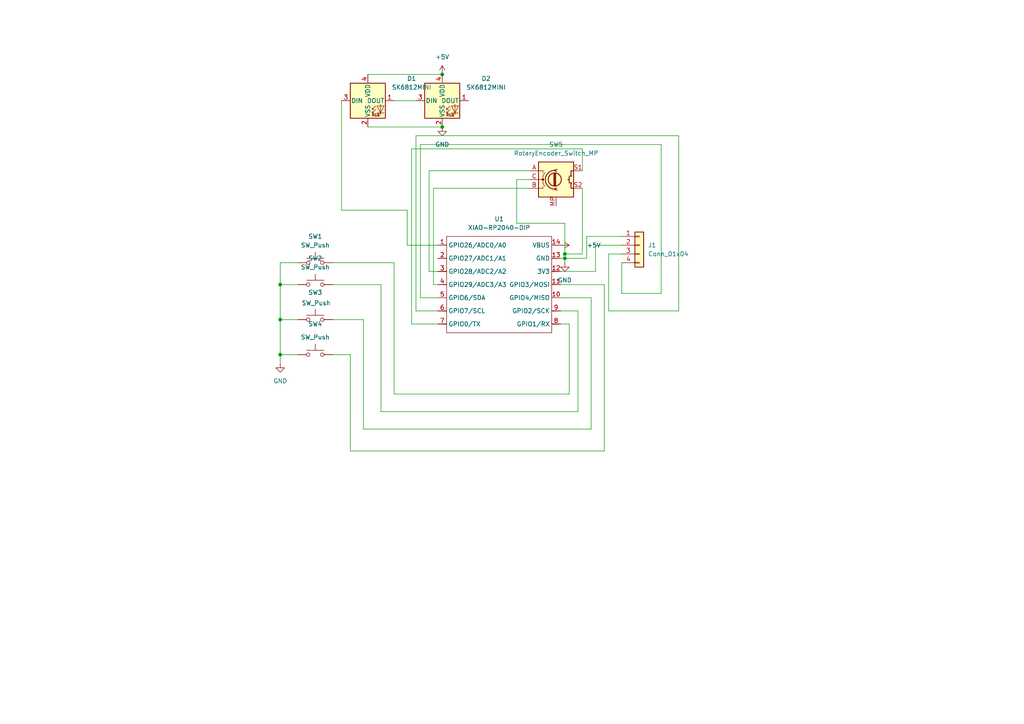
<source format=kicad_sch>
(kicad_sch
	(version 20250114)
	(generator "eeschema")
	(generator_version "9.0")
	(uuid "863bd75b-78d4-4f18-a7a9-4ab0fffde08b")
	(paper "A4")
	(lib_symbols
		(symbol "Connector_Generic:Conn_01x04"
			(pin_names
				(offset 1.016)
				(hide yes)
			)
			(exclude_from_sim no)
			(in_bom yes)
			(on_board yes)
			(property "Reference" "J"
				(at 0 5.08 0)
				(effects
					(font
						(size 1.27 1.27)
					)
				)
			)
			(property "Value" "Conn_01x04"
				(at 0 -7.62 0)
				(effects
					(font
						(size 1.27 1.27)
					)
				)
			)
			(property "Footprint" ""
				(at 0 0 0)
				(effects
					(font
						(size 1.27 1.27)
					)
					(hide yes)
				)
			)
			(property "Datasheet" "~"
				(at 0 0 0)
				(effects
					(font
						(size 1.27 1.27)
					)
					(hide yes)
				)
			)
			(property "Description" "Generic connector, single row, 01x04, script generated (kicad-library-utils/schlib/autogen/connector/)"
				(at 0 0 0)
				(effects
					(font
						(size 1.27 1.27)
					)
					(hide yes)
				)
			)
			(property "ki_keywords" "connector"
				(at 0 0 0)
				(effects
					(font
						(size 1.27 1.27)
					)
					(hide yes)
				)
			)
			(property "ki_fp_filters" "Connector*:*_1x??_*"
				(at 0 0 0)
				(effects
					(font
						(size 1.27 1.27)
					)
					(hide yes)
				)
			)
			(symbol "Conn_01x04_1_1"
				(rectangle
					(start -1.27 3.81)
					(end 1.27 -6.35)
					(stroke
						(width 0.254)
						(type default)
					)
					(fill
						(type background)
					)
				)
				(rectangle
					(start -1.27 2.667)
					(end 0 2.413)
					(stroke
						(width 0.1524)
						(type default)
					)
					(fill
						(type none)
					)
				)
				(rectangle
					(start -1.27 0.127)
					(end 0 -0.127)
					(stroke
						(width 0.1524)
						(type default)
					)
					(fill
						(type none)
					)
				)
				(rectangle
					(start -1.27 -2.413)
					(end 0 -2.667)
					(stroke
						(width 0.1524)
						(type default)
					)
					(fill
						(type none)
					)
				)
				(rectangle
					(start -1.27 -4.953)
					(end 0 -5.207)
					(stroke
						(width 0.1524)
						(type default)
					)
					(fill
						(type none)
					)
				)
				(pin passive line
					(at -5.08 2.54 0)
					(length 3.81)
					(name "Pin_1"
						(effects
							(font
								(size 1.27 1.27)
							)
						)
					)
					(number "1"
						(effects
							(font
								(size 1.27 1.27)
							)
						)
					)
				)
				(pin passive line
					(at -5.08 0 0)
					(length 3.81)
					(name "Pin_2"
						(effects
							(font
								(size 1.27 1.27)
							)
						)
					)
					(number "2"
						(effects
							(font
								(size 1.27 1.27)
							)
						)
					)
				)
				(pin passive line
					(at -5.08 -2.54 0)
					(length 3.81)
					(name "Pin_3"
						(effects
							(font
								(size 1.27 1.27)
							)
						)
					)
					(number "3"
						(effects
							(font
								(size 1.27 1.27)
							)
						)
					)
				)
				(pin passive line
					(at -5.08 -5.08 0)
					(length 3.81)
					(name "Pin_4"
						(effects
							(font
								(size 1.27 1.27)
							)
						)
					)
					(number "4"
						(effects
							(font
								(size 1.27 1.27)
							)
						)
					)
				)
			)
			(embedded_fonts no)
		)
		(symbol "Device:RotaryEncoder_Switch_MP"
			(pin_names
				(offset 0.254)
				(hide yes)
			)
			(exclude_from_sim no)
			(in_bom yes)
			(on_board yes)
			(property "Reference" "SW"
				(at 0 8.89 0)
				(effects
					(font
						(size 1.27 1.27)
					)
				)
			)
			(property "Value" "RotaryEncoder_Switch_MP"
				(at 0 6.35 0)
				(effects
					(font
						(size 1.27 1.27)
					)
				)
			)
			(property "Footprint" ""
				(at -3.81 4.064 0)
				(effects
					(font
						(size 1.27 1.27)
					)
					(hide yes)
				)
			)
			(property "Datasheet" "~"
				(at 0 -12.7 0)
				(effects
					(font
						(size 1.27 1.27)
					)
					(hide yes)
				)
			)
			(property "Description" "Rotary encoder, dual channel, incremental quadrate outputs, with switch and MP Pin"
				(at 0 -15.24 0)
				(effects
					(font
						(size 1.27 1.27)
					)
					(hide yes)
				)
			)
			(property "ki_keywords" "rotary switch encoder switch push button"
				(at 0 0 0)
				(effects
					(font
						(size 1.27 1.27)
					)
					(hide yes)
				)
			)
			(property "ki_fp_filters" "RotaryEncoder*Switch*"
				(at 0 0 0)
				(effects
					(font
						(size 1.27 1.27)
					)
					(hide yes)
				)
			)
			(symbol "RotaryEncoder_Switch_MP_0_1"
				(rectangle
					(start -5.08 5.08)
					(end 5.08 -5.08)
					(stroke
						(width 0.254)
						(type default)
					)
					(fill
						(type background)
					)
				)
				(polyline
					(pts
						(xy -5.08 2.54) (xy -3.81 2.54) (xy -3.81 2.032)
					)
					(stroke
						(width 0)
						(type default)
					)
					(fill
						(type none)
					)
				)
				(polyline
					(pts
						(xy -5.08 0) (xy -3.81 0) (xy -3.81 -1.016) (xy -3.302 -2.032)
					)
					(stroke
						(width 0)
						(type default)
					)
					(fill
						(type none)
					)
				)
				(polyline
					(pts
						(xy -5.08 -2.54) (xy -3.81 -2.54) (xy -3.81 -2.032)
					)
					(stroke
						(width 0)
						(type default)
					)
					(fill
						(type none)
					)
				)
				(polyline
					(pts
						(xy -4.318 0) (xy -3.81 0) (xy -3.81 1.016) (xy -3.302 2.032)
					)
					(stroke
						(width 0)
						(type default)
					)
					(fill
						(type none)
					)
				)
				(circle
					(center -3.81 0)
					(radius 0.254)
					(stroke
						(width 0)
						(type default)
					)
					(fill
						(type outline)
					)
				)
				(polyline
					(pts
						(xy -0.635 -1.778) (xy -0.635 1.778)
					)
					(stroke
						(width 0.254)
						(type default)
					)
					(fill
						(type none)
					)
				)
				(circle
					(center -0.381 0)
					(radius 1.905)
					(stroke
						(width 0.254)
						(type default)
					)
					(fill
						(type none)
					)
				)
				(polyline
					(pts
						(xy -0.381 -1.778) (xy -0.381 1.778)
					)
					(stroke
						(width 0.254)
						(type default)
					)
					(fill
						(type none)
					)
				)
				(arc
					(start -0.381 -2.794)
					(mid -3.0988 -0.0635)
					(end -0.381 2.667)
					(stroke
						(width 0.254)
						(type default)
					)
					(fill
						(type none)
					)
				)
				(polyline
					(pts
						(xy -0.127 1.778) (xy -0.127 -1.778)
					)
					(stroke
						(width 0.254)
						(type default)
					)
					(fill
						(type none)
					)
				)
				(polyline
					(pts
						(xy 0.254 2.921) (xy -0.508 2.667) (xy 0.127 2.286)
					)
					(stroke
						(width 0.254)
						(type default)
					)
					(fill
						(type none)
					)
				)
				(polyline
					(pts
						(xy 0.254 -3.048) (xy -0.508 -2.794) (xy 0.127 -2.413)
					)
					(stroke
						(width 0.254)
						(type default)
					)
					(fill
						(type none)
					)
				)
				(polyline
					(pts
						(xy 3.81 1.016) (xy 3.81 -1.016)
					)
					(stroke
						(width 0.254)
						(type default)
					)
					(fill
						(type none)
					)
				)
				(polyline
					(pts
						(xy 3.81 0) (xy 3.429 0)
					)
					(stroke
						(width 0.254)
						(type default)
					)
					(fill
						(type none)
					)
				)
				(circle
					(center 4.318 1.016)
					(radius 0.127)
					(stroke
						(width 0.254)
						(type default)
					)
					(fill
						(type none)
					)
				)
				(circle
					(center 4.318 -1.016)
					(radius 0.127)
					(stroke
						(width 0.254)
						(type default)
					)
					(fill
						(type none)
					)
				)
				(polyline
					(pts
						(xy 5.08 2.54) (xy 4.318 2.54) (xy 4.318 1.016)
					)
					(stroke
						(width 0.254)
						(type default)
					)
					(fill
						(type none)
					)
				)
				(polyline
					(pts
						(xy 5.08 -2.54) (xy 4.318 -2.54) (xy 4.318 -1.016)
					)
					(stroke
						(width 0.254)
						(type default)
					)
					(fill
						(type none)
					)
				)
			)
			(symbol "RotaryEncoder_Switch_MP_1_1"
				(pin passive line
					(at -7.62 2.54 0)
					(length 2.54)
					(name "A"
						(effects
							(font
								(size 1.27 1.27)
							)
						)
					)
					(number "A"
						(effects
							(font
								(size 1.27 1.27)
							)
						)
					)
				)
				(pin passive line
					(at -7.62 0 0)
					(length 2.54)
					(name "C"
						(effects
							(font
								(size 1.27 1.27)
							)
						)
					)
					(number "C"
						(effects
							(font
								(size 1.27 1.27)
							)
						)
					)
				)
				(pin passive line
					(at -7.62 -2.54 0)
					(length 2.54)
					(name "B"
						(effects
							(font
								(size 1.27 1.27)
							)
						)
					)
					(number "B"
						(effects
							(font
								(size 1.27 1.27)
							)
						)
					)
				)
				(pin passive line
					(at 0 -7.62 90)
					(length 2.54)
					(name "MP"
						(effects
							(font
								(size 1.27 1.27)
							)
						)
					)
					(number "MP"
						(effects
							(font
								(size 1.27 1.27)
							)
						)
					)
				)
				(pin passive line
					(at 7.62 2.54 180)
					(length 2.54)
					(name "S1"
						(effects
							(font
								(size 1.27 1.27)
							)
						)
					)
					(number "S1"
						(effects
							(font
								(size 1.27 1.27)
							)
						)
					)
				)
				(pin passive line
					(at 7.62 -2.54 180)
					(length 2.54)
					(name "S2"
						(effects
							(font
								(size 1.27 1.27)
							)
						)
					)
					(number "S2"
						(effects
							(font
								(size 1.27 1.27)
							)
						)
					)
				)
			)
			(embedded_fonts no)
		)
		(symbol "LED:SK6812MINI"
			(pin_names
				(offset 0.254)
			)
			(exclude_from_sim no)
			(in_bom yes)
			(on_board yes)
			(property "Reference" "D"
				(at 5.08 5.715 0)
				(effects
					(font
						(size 1.27 1.27)
					)
					(justify right bottom)
				)
			)
			(property "Value" "SK6812MINI"
				(at 1.27 -5.715 0)
				(effects
					(font
						(size 1.27 1.27)
					)
					(justify left top)
				)
			)
			(property "Footprint" "LED_SMD:LED_SK6812MINI_PLCC4_3.5x3.5mm_P1.75mm"
				(at 1.27 -7.62 0)
				(effects
					(font
						(size 1.27 1.27)
					)
					(justify left top)
					(hide yes)
				)
			)
			(property "Datasheet" "https://cdn-shop.adafruit.com/product-files/2686/SK6812MINI_REV.01-1-2.pdf"
				(at 2.54 -9.525 0)
				(effects
					(font
						(size 1.27 1.27)
					)
					(justify left top)
					(hide yes)
				)
			)
			(property "Description" "RGB LED with integrated controller"
				(at 0 0 0)
				(effects
					(font
						(size 1.27 1.27)
					)
					(hide yes)
				)
			)
			(property "ki_keywords" "RGB LED NeoPixel Mini addressable"
				(at 0 0 0)
				(effects
					(font
						(size 1.27 1.27)
					)
					(hide yes)
				)
			)
			(property "ki_fp_filters" "LED*SK6812MINI*PLCC*3.5x3.5mm*P1.75mm*"
				(at 0 0 0)
				(effects
					(font
						(size 1.27 1.27)
					)
					(hide yes)
				)
			)
			(symbol "SK6812MINI_0_0"
				(text "RGB"
					(at 2.286 -4.191 0)
					(effects
						(font
							(size 0.762 0.762)
						)
					)
				)
			)
			(symbol "SK6812MINI_0_1"
				(polyline
					(pts
						(xy 1.27 -2.54) (xy 1.778 -2.54)
					)
					(stroke
						(width 0)
						(type default)
					)
					(fill
						(type none)
					)
				)
				(polyline
					(pts
						(xy 1.27 -3.556) (xy 1.778 -3.556)
					)
					(stroke
						(width 0)
						(type default)
					)
					(fill
						(type none)
					)
				)
				(polyline
					(pts
						(xy 2.286 -1.524) (xy 1.27 -2.54) (xy 1.27 -2.032)
					)
					(stroke
						(width 0)
						(type default)
					)
					(fill
						(type none)
					)
				)
				(polyline
					(pts
						(xy 2.286 -2.54) (xy 1.27 -3.556) (xy 1.27 -3.048)
					)
					(stroke
						(width 0)
						(type default)
					)
					(fill
						(type none)
					)
				)
				(polyline
					(pts
						(xy 3.683 -1.016) (xy 3.683 -3.556) (xy 3.683 -4.064)
					)
					(stroke
						(width 0)
						(type default)
					)
					(fill
						(type none)
					)
				)
				(polyline
					(pts
						(xy 4.699 -1.524) (xy 2.667 -1.524) (xy 3.683 -3.556) (xy 4.699 -1.524)
					)
					(stroke
						(width 0)
						(type default)
					)
					(fill
						(type none)
					)
				)
				(polyline
					(pts
						(xy 4.699 -3.556) (xy 2.667 -3.556)
					)
					(stroke
						(width 0)
						(type default)
					)
					(fill
						(type none)
					)
				)
				(rectangle
					(start 5.08 5.08)
					(end -5.08 -5.08)
					(stroke
						(width 0.254)
						(type default)
					)
					(fill
						(type background)
					)
				)
			)
			(symbol "SK6812MINI_1_1"
				(pin input line
					(at -7.62 0 0)
					(length 2.54)
					(name "DIN"
						(effects
							(font
								(size 1.27 1.27)
							)
						)
					)
					(number "3"
						(effects
							(font
								(size 1.27 1.27)
							)
						)
					)
				)
				(pin power_in line
					(at 0 7.62 270)
					(length 2.54)
					(name "VDD"
						(effects
							(font
								(size 1.27 1.27)
							)
						)
					)
					(number "4"
						(effects
							(font
								(size 1.27 1.27)
							)
						)
					)
				)
				(pin power_in line
					(at 0 -7.62 90)
					(length 2.54)
					(name "VSS"
						(effects
							(font
								(size 1.27 1.27)
							)
						)
					)
					(number "2"
						(effects
							(font
								(size 1.27 1.27)
							)
						)
					)
				)
				(pin output line
					(at 7.62 0 180)
					(length 2.54)
					(name "DOUT"
						(effects
							(font
								(size 1.27 1.27)
							)
						)
					)
					(number "1"
						(effects
							(font
								(size 1.27 1.27)
							)
						)
					)
				)
			)
			(embedded_fonts no)
		)
		(symbol "OPL:XIAO-RP2040-DIP"
			(exclude_from_sim no)
			(in_bom yes)
			(on_board yes)
			(property "Reference" "U"
				(at 0 0 0)
				(effects
					(font
						(size 1.27 1.27)
					)
				)
			)
			(property "Value" "XIAO-RP2040-DIP"
				(at 5.334 -1.778 0)
				(effects
					(font
						(size 1.27 1.27)
					)
				)
			)
			(property "Footprint" "Module:MOUDLE14P-XIAO-DIP-SMD"
				(at 14.478 -32.258 0)
				(effects
					(font
						(size 1.27 1.27)
					)
					(hide yes)
				)
			)
			(property "Datasheet" ""
				(at 0 0 0)
				(effects
					(font
						(size 1.27 1.27)
					)
					(hide yes)
				)
			)
			(property "Description" ""
				(at 0 0 0)
				(effects
					(font
						(size 1.27 1.27)
					)
					(hide yes)
				)
			)
			(symbol "XIAO-RP2040-DIP_1_0"
				(polyline
					(pts
						(xy -1.27 -2.54) (xy 29.21 -2.54)
					)
					(stroke
						(width 0.1524)
						(type solid)
					)
					(fill
						(type none)
					)
				)
				(polyline
					(pts
						(xy -1.27 -5.08) (xy -2.54 -5.08)
					)
					(stroke
						(width 0.1524)
						(type solid)
					)
					(fill
						(type none)
					)
				)
				(polyline
					(pts
						(xy -1.27 -5.08) (xy -1.27 -2.54)
					)
					(stroke
						(width 0.1524)
						(type solid)
					)
					(fill
						(type none)
					)
				)
				(polyline
					(pts
						(xy -1.27 -8.89) (xy -2.54 -8.89)
					)
					(stroke
						(width 0.1524)
						(type solid)
					)
					(fill
						(type none)
					)
				)
				(polyline
					(pts
						(xy -1.27 -8.89) (xy -1.27 -5.08)
					)
					(stroke
						(width 0.1524)
						(type solid)
					)
					(fill
						(type none)
					)
				)
				(polyline
					(pts
						(xy -1.27 -12.7) (xy -2.54 -12.7)
					)
					(stroke
						(width 0.1524)
						(type solid)
					)
					(fill
						(type none)
					)
				)
				(polyline
					(pts
						(xy -1.27 -12.7) (xy -1.27 -8.89)
					)
					(stroke
						(width 0.1524)
						(type solid)
					)
					(fill
						(type none)
					)
				)
				(polyline
					(pts
						(xy -1.27 -16.51) (xy -2.54 -16.51)
					)
					(stroke
						(width 0.1524)
						(type solid)
					)
					(fill
						(type none)
					)
				)
				(polyline
					(pts
						(xy -1.27 -16.51) (xy -1.27 -12.7)
					)
					(stroke
						(width 0.1524)
						(type solid)
					)
					(fill
						(type none)
					)
				)
				(polyline
					(pts
						(xy -1.27 -20.32) (xy -2.54 -20.32)
					)
					(stroke
						(width 0.1524)
						(type solid)
					)
					(fill
						(type none)
					)
				)
				(polyline
					(pts
						(xy -1.27 -24.13) (xy -2.54 -24.13)
					)
					(stroke
						(width 0.1524)
						(type solid)
					)
					(fill
						(type none)
					)
				)
				(polyline
					(pts
						(xy -1.27 -27.94) (xy -2.54 -27.94)
					)
					(stroke
						(width 0.1524)
						(type solid)
					)
					(fill
						(type none)
					)
				)
				(polyline
					(pts
						(xy -1.27 -30.48) (xy -1.27 -16.51)
					)
					(stroke
						(width 0.1524)
						(type solid)
					)
					(fill
						(type none)
					)
				)
				(polyline
					(pts
						(xy 29.21 -2.54) (xy 29.21 -5.08)
					)
					(stroke
						(width 0.1524)
						(type solid)
					)
					(fill
						(type none)
					)
				)
				(polyline
					(pts
						(xy 29.21 -5.08) (xy 29.21 -8.89)
					)
					(stroke
						(width 0.1524)
						(type solid)
					)
					(fill
						(type none)
					)
				)
				(polyline
					(pts
						(xy 29.21 -8.89) (xy 29.21 -12.7)
					)
					(stroke
						(width 0.1524)
						(type solid)
					)
					(fill
						(type none)
					)
				)
				(polyline
					(pts
						(xy 29.21 -12.7) (xy 29.21 -30.48)
					)
					(stroke
						(width 0.1524)
						(type solid)
					)
					(fill
						(type none)
					)
				)
				(polyline
					(pts
						(xy 29.21 -30.48) (xy -1.27 -30.48)
					)
					(stroke
						(width 0.1524)
						(type solid)
					)
					(fill
						(type none)
					)
				)
				(polyline
					(pts
						(xy 30.48 -5.08) (xy 29.21 -5.08)
					)
					(stroke
						(width 0.1524)
						(type solid)
					)
					(fill
						(type none)
					)
				)
				(polyline
					(pts
						(xy 30.48 -8.89) (xy 29.21 -8.89)
					)
					(stroke
						(width 0.1524)
						(type solid)
					)
					(fill
						(type none)
					)
				)
				(polyline
					(pts
						(xy 30.48 -12.7) (xy 29.21 -12.7)
					)
					(stroke
						(width 0.1524)
						(type solid)
					)
					(fill
						(type none)
					)
				)
				(polyline
					(pts
						(xy 30.48 -16.51) (xy 29.21 -16.51)
					)
					(stroke
						(width 0.1524)
						(type solid)
					)
					(fill
						(type none)
					)
				)
				(polyline
					(pts
						(xy 30.48 -20.32) (xy 29.21 -20.32)
					)
					(stroke
						(width 0.1524)
						(type solid)
					)
					(fill
						(type none)
					)
				)
				(polyline
					(pts
						(xy 30.48 -24.13) (xy 29.21 -24.13)
					)
					(stroke
						(width 0.1524)
						(type solid)
					)
					(fill
						(type none)
					)
				)
				(polyline
					(pts
						(xy 30.48 -27.94) (xy 29.21 -27.94)
					)
					(stroke
						(width 0.1524)
						(type solid)
					)
					(fill
						(type none)
					)
				)
				(pin passive line
					(at -3.81 -5.08 0)
					(length 2.54)
					(name "GPIO26/ADC0/A0"
						(effects
							(font
								(size 1.27 1.27)
							)
						)
					)
					(number "1"
						(effects
							(font
								(size 1.27 1.27)
							)
						)
					)
				)
				(pin passive line
					(at -3.81 -8.89 0)
					(length 2.54)
					(name "GPIO27/ADC1/A1"
						(effects
							(font
								(size 1.27 1.27)
							)
						)
					)
					(number "2"
						(effects
							(font
								(size 1.27 1.27)
							)
						)
					)
				)
				(pin passive line
					(at -3.81 -12.7 0)
					(length 2.54)
					(name "GPIO28/ADC2/A2"
						(effects
							(font
								(size 1.27 1.27)
							)
						)
					)
					(number "3"
						(effects
							(font
								(size 1.27 1.27)
							)
						)
					)
				)
				(pin passive line
					(at -3.81 -16.51 0)
					(length 2.54)
					(name "GPIO29/ADC3/A3"
						(effects
							(font
								(size 1.27 1.27)
							)
						)
					)
					(number "4"
						(effects
							(font
								(size 1.27 1.27)
							)
						)
					)
				)
				(pin passive line
					(at -3.81 -20.32 0)
					(length 2.54)
					(name "GPIO6/SDA"
						(effects
							(font
								(size 1.27 1.27)
							)
						)
					)
					(number "5"
						(effects
							(font
								(size 1.27 1.27)
							)
						)
					)
				)
				(pin passive line
					(at -3.81 -24.13 0)
					(length 2.54)
					(name "GPIO7/SCL"
						(effects
							(font
								(size 1.27 1.27)
							)
						)
					)
					(number "6"
						(effects
							(font
								(size 1.27 1.27)
							)
						)
					)
				)
				(pin passive line
					(at -3.81 -27.94 0)
					(length 2.54)
					(name "GPIO0/TX"
						(effects
							(font
								(size 1.27 1.27)
							)
						)
					)
					(number "7"
						(effects
							(font
								(size 1.27 1.27)
							)
						)
					)
				)
				(pin passive line
					(at 31.75 -5.08 180)
					(length 2.54)
					(name "VBUS"
						(effects
							(font
								(size 1.27 1.27)
							)
						)
					)
					(number "14"
						(effects
							(font
								(size 1.27 1.27)
							)
						)
					)
				)
				(pin passive line
					(at 31.75 -8.89 180)
					(length 2.54)
					(name "GND"
						(effects
							(font
								(size 1.27 1.27)
							)
						)
					)
					(number "13"
						(effects
							(font
								(size 1.27 1.27)
							)
						)
					)
				)
				(pin passive line
					(at 31.75 -12.7 180)
					(length 2.54)
					(name "3V3"
						(effects
							(font
								(size 1.27 1.27)
							)
						)
					)
					(number "12"
						(effects
							(font
								(size 1.27 1.27)
							)
						)
					)
				)
				(pin passive line
					(at 31.75 -16.51 180)
					(length 2.54)
					(name "GPIO3/MOSI"
						(effects
							(font
								(size 1.27 1.27)
							)
						)
					)
					(number "11"
						(effects
							(font
								(size 1.27 1.27)
							)
						)
					)
				)
				(pin passive line
					(at 31.75 -20.32 180)
					(length 2.54)
					(name "GPIO4/MISO"
						(effects
							(font
								(size 1.27 1.27)
							)
						)
					)
					(number "10"
						(effects
							(font
								(size 1.27 1.27)
							)
						)
					)
				)
				(pin passive line
					(at 31.75 -24.13 180)
					(length 2.54)
					(name "GPIO2/SCK"
						(effects
							(font
								(size 1.27 1.27)
							)
						)
					)
					(number "9"
						(effects
							(font
								(size 1.27 1.27)
							)
						)
					)
				)
				(pin passive line
					(at 31.75 -27.94 180)
					(length 2.54)
					(name "GPIO1/RX"
						(effects
							(font
								(size 1.27 1.27)
							)
						)
					)
					(number "8"
						(effects
							(font
								(size 1.27 1.27)
							)
						)
					)
				)
			)
			(embedded_fonts no)
		)
		(symbol "Switch:SW_Push"
			(pin_numbers
				(hide yes)
			)
			(pin_names
				(offset 1.016)
				(hide yes)
			)
			(exclude_from_sim no)
			(in_bom yes)
			(on_board yes)
			(property "Reference" "SW"
				(at 1.27 2.54 0)
				(effects
					(font
						(size 1.27 1.27)
					)
					(justify left)
				)
			)
			(property "Value" "SW_Push"
				(at 0 -1.524 0)
				(effects
					(font
						(size 1.27 1.27)
					)
				)
			)
			(property "Footprint" ""
				(at 0 5.08 0)
				(effects
					(font
						(size 1.27 1.27)
					)
					(hide yes)
				)
			)
			(property "Datasheet" "~"
				(at 0 5.08 0)
				(effects
					(font
						(size 1.27 1.27)
					)
					(hide yes)
				)
			)
			(property "Description" "Push button switch, generic, two pins"
				(at 0 0 0)
				(effects
					(font
						(size 1.27 1.27)
					)
					(hide yes)
				)
			)
			(property "ki_keywords" "switch normally-open pushbutton push-button"
				(at 0 0 0)
				(effects
					(font
						(size 1.27 1.27)
					)
					(hide yes)
				)
			)
			(symbol "SW_Push_0_1"
				(circle
					(center -2.032 0)
					(radius 0.508)
					(stroke
						(width 0)
						(type default)
					)
					(fill
						(type none)
					)
				)
				(polyline
					(pts
						(xy 0 1.27) (xy 0 3.048)
					)
					(stroke
						(width 0)
						(type default)
					)
					(fill
						(type none)
					)
				)
				(circle
					(center 2.032 0)
					(radius 0.508)
					(stroke
						(width 0)
						(type default)
					)
					(fill
						(type none)
					)
				)
				(polyline
					(pts
						(xy 2.54 1.27) (xy -2.54 1.27)
					)
					(stroke
						(width 0)
						(type default)
					)
					(fill
						(type none)
					)
				)
				(pin passive line
					(at -5.08 0 0)
					(length 2.54)
					(name "1"
						(effects
							(font
								(size 1.27 1.27)
							)
						)
					)
					(number "1"
						(effects
							(font
								(size 1.27 1.27)
							)
						)
					)
				)
				(pin passive line
					(at 5.08 0 180)
					(length 2.54)
					(name "2"
						(effects
							(font
								(size 1.27 1.27)
							)
						)
					)
					(number "2"
						(effects
							(font
								(size 1.27 1.27)
							)
						)
					)
				)
			)
			(embedded_fonts no)
		)
		(symbol "power:+5V"
			(power)
			(pin_numbers
				(hide yes)
			)
			(pin_names
				(offset 0)
				(hide yes)
			)
			(exclude_from_sim no)
			(in_bom yes)
			(on_board yes)
			(property "Reference" "#PWR"
				(at 0 -3.81 0)
				(effects
					(font
						(size 1.27 1.27)
					)
					(hide yes)
				)
			)
			(property "Value" "+5V"
				(at 0 3.556 0)
				(effects
					(font
						(size 1.27 1.27)
					)
				)
			)
			(property "Footprint" ""
				(at 0 0 0)
				(effects
					(font
						(size 1.27 1.27)
					)
					(hide yes)
				)
			)
			(property "Datasheet" ""
				(at 0 0 0)
				(effects
					(font
						(size 1.27 1.27)
					)
					(hide yes)
				)
			)
			(property "Description" "Power symbol creates a global label with name \"+5V\""
				(at 0 0 0)
				(effects
					(font
						(size 1.27 1.27)
					)
					(hide yes)
				)
			)
			(property "ki_keywords" "global power"
				(at 0 0 0)
				(effects
					(font
						(size 1.27 1.27)
					)
					(hide yes)
				)
			)
			(symbol "+5V_0_1"
				(polyline
					(pts
						(xy -0.762 1.27) (xy 0 2.54)
					)
					(stroke
						(width 0)
						(type default)
					)
					(fill
						(type none)
					)
				)
				(polyline
					(pts
						(xy 0 2.54) (xy 0.762 1.27)
					)
					(stroke
						(width 0)
						(type default)
					)
					(fill
						(type none)
					)
				)
				(polyline
					(pts
						(xy 0 0) (xy 0 2.54)
					)
					(stroke
						(width 0)
						(type default)
					)
					(fill
						(type none)
					)
				)
			)
			(symbol "+5V_1_1"
				(pin power_in line
					(at 0 0 90)
					(length 0)
					(name "~"
						(effects
							(font
								(size 1.27 1.27)
							)
						)
					)
					(number "1"
						(effects
							(font
								(size 1.27 1.27)
							)
						)
					)
				)
			)
			(embedded_fonts no)
		)
		(symbol "power:GND"
			(power)
			(pin_numbers
				(hide yes)
			)
			(pin_names
				(offset 0)
				(hide yes)
			)
			(exclude_from_sim no)
			(in_bom yes)
			(on_board yes)
			(property "Reference" "#PWR"
				(at 0 -6.35 0)
				(effects
					(font
						(size 1.27 1.27)
					)
					(hide yes)
				)
			)
			(property "Value" "GND"
				(at 0 -3.81 0)
				(effects
					(font
						(size 1.27 1.27)
					)
				)
			)
			(property "Footprint" ""
				(at 0 0 0)
				(effects
					(font
						(size 1.27 1.27)
					)
					(hide yes)
				)
			)
			(property "Datasheet" ""
				(at 0 0 0)
				(effects
					(font
						(size 1.27 1.27)
					)
					(hide yes)
				)
			)
			(property "Description" "Power symbol creates a global label with name \"GND\" , ground"
				(at 0 0 0)
				(effects
					(font
						(size 1.27 1.27)
					)
					(hide yes)
				)
			)
			(property "ki_keywords" "global power"
				(at 0 0 0)
				(effects
					(font
						(size 1.27 1.27)
					)
					(hide yes)
				)
			)
			(symbol "GND_0_1"
				(polyline
					(pts
						(xy 0 0) (xy 0 -1.27) (xy 1.27 -1.27) (xy 0 -2.54) (xy -1.27 -1.27) (xy 0 -1.27)
					)
					(stroke
						(width 0)
						(type default)
					)
					(fill
						(type none)
					)
				)
			)
			(symbol "GND_1_1"
				(pin power_in line
					(at 0 0 270)
					(length 0)
					(name "~"
						(effects
							(font
								(size 1.27 1.27)
							)
						)
					)
					(number "1"
						(effects
							(font
								(size 1.27 1.27)
							)
						)
					)
				)
			)
			(embedded_fonts no)
		)
	)
	(junction
		(at 81.28 102.87)
		(diameter 0)
		(color 0 0 0 0)
		(uuid "0eb067f6-7059-49fb-ab53-23d985985944")
	)
	(junction
		(at 163.83 74.93)
		(diameter 0)
		(color 0 0 0 0)
		(uuid "3cfdcb91-0b05-46d0-a2b1-5a1f9919593b")
	)
	(junction
		(at 81.28 82.55)
		(diameter 0)
		(color 0 0 0 0)
		(uuid "7c01d077-ccc8-4677-9b19-4d99f3baa091")
	)
	(junction
		(at 81.28 92.71)
		(diameter 0)
		(color 0 0 0 0)
		(uuid "8d9374c6-b53f-4898-b2ee-6a02e95d8f49")
	)
	(junction
		(at 128.27 21.59)
		(diameter 0)
		(color 0 0 0 0)
		(uuid "ae67e206-e8c9-40af-b4f7-3d1d7abccae1")
	)
	(junction
		(at 128.27 36.83)
		(diameter 0)
		(color 0 0 0 0)
		(uuid "c9f813b7-2894-4eb8-9321-5a661b53281d")
	)
	(junction
		(at 163.83 73.66)
		(diameter 0)
		(color 0 0 0 0)
		(uuid "d7e7f27c-7def-44f6-ad23-92c63a3a62f7")
	)
	(wire
		(pts
			(xy 125.73 54.61) (xy 125.73 82.55)
		)
		(stroke
			(width 0)
			(type default)
		)
		(uuid "023cfe0b-c6d9-44c2-98f2-6f35d6a7d8c5")
	)
	(wire
		(pts
			(xy 180.34 85.09) (xy 191.77 85.09)
		)
		(stroke
			(width 0)
			(type default)
		)
		(uuid "032eac7a-63e9-406e-8602-3df0af39305a")
	)
	(wire
		(pts
			(xy 180.34 68.58) (xy 170.18 68.58)
		)
		(stroke
			(width 0)
			(type default)
		)
		(uuid "06b06009-04da-4f8f-ba64-4696b173b36b")
	)
	(wire
		(pts
			(xy 99.06 60.96) (xy 99.06 29.21)
		)
		(stroke
			(width 0)
			(type default)
		)
		(uuid "0adb5217-3f96-4774-a17d-5458027abee9")
	)
	(wire
		(pts
			(xy 125.73 82.55) (xy 127 82.55)
		)
		(stroke
			(width 0)
			(type default)
		)
		(uuid "0e2ab0ed-196f-4707-9356-355fab17dae1")
	)
	(wire
		(pts
			(xy 119.38 43.18) (xy 119.38 93.98)
		)
		(stroke
			(width 0)
			(type default)
		)
		(uuid "0f12632c-4a19-4302-9555-0169f96ca62d")
	)
	(wire
		(pts
			(xy 168.91 54.61) (xy 168.91 73.66)
		)
		(stroke
			(width 0)
			(type default)
		)
		(uuid "106ee19d-3210-4169-9a3d-2f978a45e646")
	)
	(wire
		(pts
			(xy 149.86 52.07) (xy 149.86 64.77)
		)
		(stroke
			(width 0)
			(type default)
		)
		(uuid "133ae19d-c893-4639-9f3f-d383d8c5dc56")
	)
	(wire
		(pts
			(xy 180.34 76.2) (xy 180.34 85.09)
		)
		(stroke
			(width 0)
			(type default)
		)
		(uuid "190147a5-b4ba-44a4-82ca-4b6ff3f28dea")
	)
	(wire
		(pts
			(xy 176.53 90.17) (xy 196.85 90.17)
		)
		(stroke
			(width 0)
			(type default)
		)
		(uuid "1c49fde7-4dfc-41aa-94c6-a55bad7956fa")
	)
	(wire
		(pts
			(xy 149.86 64.77) (xy 163.83 64.77)
		)
		(stroke
			(width 0)
			(type default)
		)
		(uuid "21506922-1b68-4255-9ee7-704929338f4f")
	)
	(wire
		(pts
			(xy 165.1 114.3) (xy 165.1 93.98)
		)
		(stroke
			(width 0)
			(type default)
		)
		(uuid "25ba6d22-68ad-4707-b73e-0c8618704bb2")
	)
	(wire
		(pts
			(xy 170.18 68.58) (xy 170.18 74.93)
		)
		(stroke
			(width 0)
			(type default)
		)
		(uuid "27d902dd-8185-4ebd-a7b2-32168c27cf01")
	)
	(wire
		(pts
			(xy 121.92 86.36) (xy 127 86.36)
		)
		(stroke
			(width 0)
			(type default)
		)
		(uuid "2f1d99d5-2552-4cfa-9cb2-fac7f56cdd6d")
	)
	(wire
		(pts
			(xy 170.18 74.93) (xy 163.83 74.93)
		)
		(stroke
			(width 0)
			(type default)
		)
		(uuid "314107ef-de20-4217-aadb-d452fa8d90a1")
	)
	(wire
		(pts
			(xy 153.67 54.61) (xy 125.73 54.61)
		)
		(stroke
			(width 0)
			(type default)
		)
		(uuid "340a83b2-79fc-481d-99f8-7145b01aaa27")
	)
	(wire
		(pts
			(xy 81.28 82.55) (xy 81.28 92.71)
		)
		(stroke
			(width 0)
			(type default)
		)
		(uuid "34467093-597e-4321-a426-8b61a7751f8e")
	)
	(wire
		(pts
			(xy 153.67 52.07) (xy 149.86 52.07)
		)
		(stroke
			(width 0)
			(type default)
		)
		(uuid "38f68034-5414-4d49-a9f0-fd367f02c27f")
	)
	(wire
		(pts
			(xy 118.11 60.96) (xy 99.06 60.96)
		)
		(stroke
			(width 0)
			(type default)
		)
		(uuid "3a1a5f2b-18a6-4f1b-aa3f-be921f67acdd")
	)
	(wire
		(pts
			(xy 163.83 74.93) (xy 163.83 76.2)
		)
		(stroke
			(width 0)
			(type default)
		)
		(uuid "3a224b8b-17c1-46bc-9d5f-5682d9614f9b")
	)
	(wire
		(pts
			(xy 175.26 130.81) (xy 175.26 82.55)
		)
		(stroke
			(width 0)
			(type default)
		)
		(uuid "3c34d79e-ad55-4e30-a143-f2a4a73c81b1")
	)
	(wire
		(pts
			(xy 105.41 124.46) (xy 171.45 124.46)
		)
		(stroke
			(width 0)
			(type default)
		)
		(uuid "3cecaf5b-eae5-4915-a718-d302dc10d8c4")
	)
	(wire
		(pts
			(xy 121.92 41.91) (xy 121.92 86.36)
		)
		(stroke
			(width 0)
			(type default)
		)
		(uuid "3e82bd5b-5fc4-45ae-bf51-10d59aa5b6c5")
	)
	(wire
		(pts
			(xy 96.52 102.87) (xy 101.6 102.87)
		)
		(stroke
			(width 0)
			(type default)
		)
		(uuid "476c3f7b-1d2c-4665-9c18-2e96782ec49c")
	)
	(wire
		(pts
			(xy 124.46 78.74) (xy 127 78.74)
		)
		(stroke
			(width 0)
			(type default)
		)
		(uuid "631c66e1-5769-4662-ad5a-809a6da3d5c2")
	)
	(wire
		(pts
			(xy 86.36 76.2) (xy 81.28 76.2)
		)
		(stroke
			(width 0)
			(type default)
		)
		(uuid "6af8c5a0-d1d1-4bbf-918a-855eb1806212")
	)
	(wire
		(pts
			(xy 180.34 71.12) (xy 172.72 71.12)
		)
		(stroke
			(width 0)
			(type default)
		)
		(uuid "6bf0b9b5-6476-4ee6-ae44-9c798f1e08ad")
	)
	(wire
		(pts
			(xy 114.3 76.2) (xy 114.3 114.3)
		)
		(stroke
			(width 0)
			(type default)
		)
		(uuid "6fb3e334-d6ea-41d1-8bac-a86d97f448f8")
	)
	(wire
		(pts
			(xy 118.11 60.96) (xy 118.11 71.12)
		)
		(stroke
			(width 0)
			(type default)
		)
		(uuid "70f1dbf0-0310-4683-b447-bd1bbf134160")
	)
	(wire
		(pts
			(xy 176.53 73.66) (xy 176.53 90.17)
		)
		(stroke
			(width 0)
			(type default)
		)
		(uuid "774f691b-c6da-44f2-be91-ada26ac4d3d2")
	)
	(wire
		(pts
			(xy 81.28 82.55) (xy 86.36 82.55)
		)
		(stroke
			(width 0)
			(type default)
		)
		(uuid "786d5316-b0fa-41b3-9059-23149488598b")
	)
	(wire
		(pts
			(xy 191.77 41.91) (xy 121.92 41.91)
		)
		(stroke
			(width 0)
			(type default)
		)
		(uuid "7b568a36-aef9-4f01-b073-7e667085e115")
	)
	(wire
		(pts
			(xy 119.38 93.98) (xy 127 93.98)
		)
		(stroke
			(width 0)
			(type default)
		)
		(uuid "82714367-3067-4d0b-90e7-9bbbaf71d05f")
	)
	(wire
		(pts
			(xy 81.28 76.2) (xy 81.28 82.55)
		)
		(stroke
			(width 0)
			(type default)
		)
		(uuid "87eb5876-9347-49ac-88fe-9794c24aaa46")
	)
	(wire
		(pts
			(xy 106.68 21.59) (xy 128.27 21.59)
		)
		(stroke
			(width 0)
			(type default)
		)
		(uuid "885742a2-ede7-43ca-ade2-f1f5d498c1a3")
	)
	(wire
		(pts
			(xy 110.49 82.55) (xy 110.49 119.38)
		)
		(stroke
			(width 0)
			(type default)
		)
		(uuid "894ed294-ba45-47e5-b3e8-56ce237e42da")
	)
	(wire
		(pts
			(xy 81.28 102.87) (xy 86.36 102.87)
		)
		(stroke
			(width 0)
			(type default)
		)
		(uuid "8c5afce9-e51d-49c2-8d10-7909e8b8fdb4")
	)
	(wire
		(pts
			(xy 163.83 64.77) (xy 163.83 73.66)
		)
		(stroke
			(width 0)
			(type default)
		)
		(uuid "94eea62f-9e16-4727-98dc-114595afbd51")
	)
	(wire
		(pts
			(xy 172.72 78.74) (xy 162.56 78.74)
		)
		(stroke
			(width 0)
			(type default)
		)
		(uuid "9a86920b-7af4-4571-9d8f-1e07d2932a38")
	)
	(wire
		(pts
			(xy 163.83 73.66) (xy 163.83 74.93)
		)
		(stroke
			(width 0)
			(type default)
		)
		(uuid "9b4572eb-f195-46c1-b187-a8b7ac4d5e06")
	)
	(wire
		(pts
			(xy 124.46 49.53) (xy 124.46 78.74)
		)
		(stroke
			(width 0)
			(type default)
		)
		(uuid "9c9a21d3-8c0b-474c-9552-9500ec001167")
	)
	(wire
		(pts
			(xy 96.52 76.2) (xy 114.3 76.2)
		)
		(stroke
			(width 0)
			(type default)
		)
		(uuid "9d381c92-001d-4939-9fa5-79185f48be3a")
	)
	(wire
		(pts
			(xy 114.3 114.3) (xy 165.1 114.3)
		)
		(stroke
			(width 0)
			(type default)
		)
		(uuid "a08c2b6b-32ae-4b86-8ea5-d41b3d1358b1")
	)
	(wire
		(pts
			(xy 171.45 86.36) (xy 162.56 86.36)
		)
		(stroke
			(width 0)
			(type default)
		)
		(uuid "a46dcfbe-7d3c-4299-b396-f61d8ba3cceb")
	)
	(wire
		(pts
			(xy 168.91 49.53) (xy 168.91 43.18)
		)
		(stroke
			(width 0)
			(type default)
		)
		(uuid "a87cf095-145a-4827-9511-cba5118320bb")
	)
	(wire
		(pts
			(xy 101.6 102.87) (xy 101.6 130.81)
		)
		(stroke
			(width 0)
			(type default)
		)
		(uuid "a89aa166-a04a-483b-9191-68e8cbcb6a1f")
	)
	(wire
		(pts
			(xy 168.91 73.66) (xy 163.83 73.66)
		)
		(stroke
			(width 0)
			(type default)
		)
		(uuid "b2290ad6-f769-4dce-8db0-b3b046f2ac37")
	)
	(wire
		(pts
			(xy 196.85 90.17) (xy 196.85 39.37)
		)
		(stroke
			(width 0)
			(type default)
		)
		(uuid "b7f165a8-d454-478a-8bc8-9cd93eca3751")
	)
	(wire
		(pts
			(xy 196.85 39.37) (xy 120.65 39.37)
		)
		(stroke
			(width 0)
			(type default)
		)
		(uuid "bb984c48-3057-4cf6-b4f8-5fb57560fb24")
	)
	(wire
		(pts
			(xy 81.28 92.71) (xy 86.36 92.71)
		)
		(stroke
			(width 0)
			(type default)
		)
		(uuid "bbcf9ec9-685f-4a2d-85ce-48217b57b4c0")
	)
	(wire
		(pts
			(xy 167.64 119.38) (xy 167.64 90.17)
		)
		(stroke
			(width 0)
			(type default)
		)
		(uuid "bdc66626-fcd4-49ad-a5bf-391a21b0b8f1")
	)
	(wire
		(pts
			(xy 101.6 130.81) (xy 175.26 130.81)
		)
		(stroke
			(width 0)
			(type default)
		)
		(uuid "bfa79f0b-475e-4638-82fe-cc14fcd5cb42")
	)
	(wire
		(pts
			(xy 106.68 36.83) (xy 128.27 36.83)
		)
		(stroke
			(width 0)
			(type default)
		)
		(uuid "c001a6a9-df1f-43b9-b7c6-41b10bcbe82f")
	)
	(wire
		(pts
			(xy 191.77 85.09) (xy 191.77 41.91)
		)
		(stroke
			(width 0)
			(type default)
		)
		(uuid "c2e72cab-f797-4421-a579-b75817a33eca")
	)
	(wire
		(pts
			(xy 110.49 119.38) (xy 167.64 119.38)
		)
		(stroke
			(width 0)
			(type default)
		)
		(uuid "c842474c-c6b5-482e-9222-13ff8c825ffc")
	)
	(wire
		(pts
			(xy 153.67 49.53) (xy 124.46 49.53)
		)
		(stroke
			(width 0)
			(type default)
		)
		(uuid "ccfebb61-e9bc-4690-bb6d-9254ccf7773f")
	)
	(wire
		(pts
			(xy 171.45 124.46) (xy 171.45 86.36)
		)
		(stroke
			(width 0)
			(type default)
		)
		(uuid "d10e3442-b454-4767-a3ab-6973a4a022e7")
	)
	(wire
		(pts
			(xy 81.28 102.87) (xy 81.28 105.41)
		)
		(stroke
			(width 0)
			(type default)
		)
		(uuid "d58464e5-3939-4d66-a0e4-73b71cce6362")
	)
	(wire
		(pts
			(xy 118.11 71.12) (xy 127 71.12)
		)
		(stroke
			(width 0)
			(type default)
		)
		(uuid "e45324cc-40d5-4678-a465-b4ffaa59f55f")
	)
	(wire
		(pts
			(xy 163.83 74.93) (xy 162.56 74.93)
		)
		(stroke
			(width 0)
			(type default)
		)
		(uuid "e56f9df7-76c0-4735-bdf7-4b691607a648")
	)
	(wire
		(pts
			(xy 120.65 90.17) (xy 127 90.17)
		)
		(stroke
			(width 0)
			(type default)
		)
		(uuid "e75f7aa0-43f4-4def-9f46-27aadf69fbfe")
	)
	(wire
		(pts
			(xy 168.91 43.18) (xy 119.38 43.18)
		)
		(stroke
			(width 0)
			(type default)
		)
		(uuid "e9c2eb20-ad59-4233-8b32-e8eb857c013b")
	)
	(wire
		(pts
			(xy 167.64 90.17) (xy 162.56 90.17)
		)
		(stroke
			(width 0)
			(type default)
		)
		(uuid "ea4987a3-856a-49e5-bb96-44bb062f1a1b")
	)
	(wire
		(pts
			(xy 165.1 93.98) (xy 162.56 93.98)
		)
		(stroke
			(width 0)
			(type default)
		)
		(uuid "eaab315b-49eb-48e8-b9e2-0595202e47dd")
	)
	(wire
		(pts
			(xy 105.41 92.71) (xy 105.41 124.46)
		)
		(stroke
			(width 0)
			(type default)
		)
		(uuid "f1ab202c-fab8-4eb2-a1fc-58b07ea82be4")
	)
	(wire
		(pts
			(xy 96.52 82.55) (xy 110.49 82.55)
		)
		(stroke
			(width 0)
			(type default)
		)
		(uuid "f3d68576-606c-46d8-8a07-1def23185465")
	)
	(wire
		(pts
			(xy 172.72 71.12) (xy 172.72 78.74)
		)
		(stroke
			(width 0)
			(type default)
		)
		(uuid "f4c8eb92-055e-4f5c-ad51-9b762a1af0c4")
	)
	(wire
		(pts
			(xy 180.34 73.66) (xy 176.53 73.66)
		)
		(stroke
			(width 0)
			(type default)
		)
		(uuid "f5d2bfbb-03ee-4acd-b73e-fbacad079843")
	)
	(wire
		(pts
			(xy 175.26 82.55) (xy 162.56 82.55)
		)
		(stroke
			(width 0)
			(type default)
		)
		(uuid "f9712bdf-66bf-4c0b-b7e5-db627383bf44")
	)
	(wire
		(pts
			(xy 81.28 92.71) (xy 81.28 102.87)
		)
		(stroke
			(width 0)
			(type default)
		)
		(uuid "fc3d8a54-987d-43b5-ade5-5f34737eeecd")
	)
	(wire
		(pts
			(xy 120.65 39.37) (xy 120.65 90.17)
		)
		(stroke
			(width 0)
			(type default)
		)
		(uuid "fe667f35-2497-4383-b5b5-27cfe1dc3d99")
	)
	(wire
		(pts
			(xy 96.52 92.71) (xy 105.41 92.71)
		)
		(stroke
			(width 0)
			(type default)
		)
		(uuid "ff1681e0-fb3b-4d4d-8a42-9d5fbdcfaffc")
	)
	(wire
		(pts
			(xy 114.3 29.21) (xy 120.65 29.21)
		)
		(stroke
			(width 0)
			(type default)
		)
		(uuid "ffca07a5-1153-4774-8806-e51655f46574")
	)
	(symbol
		(lib_id "Switch:SW_Push")
		(at 91.44 92.71 0)
		(unit 1)
		(exclude_from_sim no)
		(in_bom yes)
		(on_board yes)
		(dnp no)
		(uuid "103be9a5-4024-4ab8-8454-d8bc50c4d42c")
		(property "Reference" "SW3"
			(at 91.44 84.836 0)
			(effects
				(font
					(size 1.27 1.27)
				)
			)
		)
		(property "Value" "SW_Push"
			(at 91.694 87.884 0)
			(effects
				(font
					(size 1.27 1.27)
				)
			)
		)
		(property "Footprint" "Button_Switch_Keyboard:SW_Cherry_MX_1.00u_PCB"
			(at 91.44 87.63 0)
			(effects
				(font
					(size 1.27 1.27)
				)
				(hide yes)
			)
		)
		(property "Datasheet" "~"
			(at 91.44 87.63 0)
			(effects
				(font
					(size 1.27 1.27)
				)
				(hide yes)
			)
		)
		(property "Description" "Push button switch, generic, two pins"
			(at 91.44 92.71 0)
			(effects
				(font
					(size 1.27 1.27)
				)
				(hide yes)
			)
		)
		(pin "1"
			(uuid "76f63984-b416-4be7-9b69-2ba43fe87ce2")
		)
		(pin "2"
			(uuid "6d10cbe2-8290-4575-ba05-1d8e13d84996")
		)
		(instances
			(project ""
				(path "/863bd75b-78d4-4f18-a7a9-4ab0fffde08b"
					(reference "SW3")
					(unit 1)
				)
			)
		)
	)
	(symbol
		(lib_id "Switch:SW_Push")
		(at 91.44 82.55 0)
		(unit 1)
		(exclude_from_sim no)
		(in_bom yes)
		(on_board yes)
		(dnp no)
		(uuid "21004d32-c4ca-451a-b6d5-1eda3ad1bdbe")
		(property "Reference" "SW2"
			(at 91.44 74.93 0)
			(effects
				(font
					(size 1.27 1.27)
				)
			)
		)
		(property "Value" "SW_Push"
			(at 91.44 77.47 0)
			(effects
				(font
					(size 1.27 1.27)
				)
			)
		)
		(property "Footprint" "Button_Switch_Keyboard:SW_Cherry_MX_1.00u_PCB"
			(at 91.44 77.47 0)
			(effects
				(font
					(size 1.27 1.27)
				)
				(hide yes)
			)
		)
		(property "Datasheet" "~"
			(at 91.44 77.47 0)
			(effects
				(font
					(size 1.27 1.27)
				)
				(hide yes)
			)
		)
		(property "Description" "Push button switch, generic, two pins"
			(at 91.44 82.55 0)
			(effects
				(font
					(size 1.27 1.27)
				)
				(hide yes)
			)
		)
		(pin "1"
			(uuid "d0608e2d-b0ae-469a-8f01-134ef704c81e")
		)
		(pin "2"
			(uuid "2eb38bc6-f027-4a9e-b096-b4b31f67831a")
		)
		(instances
			(project ""
				(path "/863bd75b-78d4-4f18-a7a9-4ab0fffde08b"
					(reference "SW2")
					(unit 1)
				)
			)
		)
	)
	(symbol
		(lib_id "Connector_Generic:Conn_01x04")
		(at 185.42 71.12 0)
		(unit 1)
		(exclude_from_sim no)
		(in_bom yes)
		(on_board yes)
		(dnp no)
		(fields_autoplaced yes)
		(uuid "26b77fba-2784-427c-80f0-375cb75a40d0")
		(property "Reference" "J1"
			(at 187.96 71.1199 0)
			(effects
				(font
					(size 1.27 1.27)
				)
				(justify left)
			)
		)
		(property "Value" "Conn_01x04"
			(at 187.96 73.6599 0)
			(effects
				(font
					(size 1.27 1.27)
				)
				(justify left)
			)
		)
		(property "Footprint" "Connector_PinHeader_2.54mm:PinHeader_1x04_P2.54mm_Vertical"
			(at 185.42 71.12 0)
			(effects
				(font
					(size 1.27 1.27)
				)
				(hide yes)
			)
		)
		(property "Datasheet" "~"
			(at 185.42 71.12 0)
			(effects
				(font
					(size 1.27 1.27)
				)
				(hide yes)
			)
		)
		(property "Description" "Generic connector, single row, 01x04, script generated (kicad-library-utils/schlib/autogen/connector/)"
			(at 185.42 71.12 0)
			(effects
				(font
					(size 1.27 1.27)
				)
				(hide yes)
			)
		)
		(pin "3"
			(uuid "84ec9c2a-41ae-4771-8af1-94693c6f8dce")
		)
		(pin "1"
			(uuid "81606a37-0591-4b77-b1b9-9eb115a2d0d6")
		)
		(pin "4"
			(uuid "833bfbf6-d9b9-4473-aadb-0e78e2be0994")
		)
		(pin "2"
			(uuid "91f2554b-e165-44da-9264-916942cc04b1")
		)
		(instances
			(project ""
				(path "/863bd75b-78d4-4f18-a7a9-4ab0fffde08b"
					(reference "J1")
					(unit 1)
				)
			)
		)
	)
	(symbol
		(lib_id "Switch:SW_Push")
		(at 91.44 102.87 0)
		(unit 1)
		(exclude_from_sim no)
		(in_bom yes)
		(on_board yes)
		(dnp no)
		(uuid "4be3e533-02e1-4054-b75c-c88546dbed95")
		(property "Reference" "SW4"
			(at 91.44 93.98 0)
			(effects
				(font
					(size 1.27 1.27)
				)
			)
		)
		(property "Value" "SW_Push"
			(at 91.44 97.79 0)
			(effects
				(font
					(size 1.27 1.27)
				)
			)
		)
		(property "Footprint" "Button_Switch_Keyboard:SW_Cherry_MX_1.00u_PCB"
			(at 91.44 97.79 0)
			(effects
				(font
					(size 1.27 1.27)
				)
				(hide yes)
			)
		)
		(property "Datasheet" "~"
			(at 91.44 97.79 0)
			(effects
				(font
					(size 1.27 1.27)
				)
				(hide yes)
			)
		)
		(property "Description" "Push button switch, generic, two pins"
			(at 91.44 102.87 0)
			(effects
				(font
					(size 1.27 1.27)
				)
				(hide yes)
			)
		)
		(pin "2"
			(uuid "e1ecf108-c1d0-472a-8a6c-c19c0362fe32")
		)
		(pin "1"
			(uuid "a627f6ac-a3d1-46b3-a382-f5ee7c516d1d")
		)
		(instances
			(project ""
				(path "/863bd75b-78d4-4f18-a7a9-4ab0fffde08b"
					(reference "SW4")
					(unit 1)
				)
			)
		)
	)
	(symbol
		(lib_id "OPL:XIAO-RP2040-DIP")
		(at 130.81 66.04 0)
		(unit 1)
		(exclude_from_sim no)
		(in_bom yes)
		(on_board yes)
		(dnp no)
		(fields_autoplaced yes)
		(uuid "620945a2-d5d5-4a7c-9e9f-87df97a88cec")
		(property "Reference" "U1"
			(at 144.78 63.5 0)
			(effects
				(font
					(size 1.27 1.27)
				)
			)
		)
		(property "Value" "XIAO-RP2040-DIP"
			(at 144.78 66.04 0)
			(effects
				(font
					(size 1.27 1.27)
				)
			)
		)
		(property "Footprint" "OPL:XIAO-RP2040-DIP"
			(at 145.288 98.298 0)
			(effects
				(font
					(size 1.27 1.27)
				)
				(hide yes)
			)
		)
		(property "Datasheet" ""
			(at 130.81 66.04 0)
			(effects
				(font
					(size 1.27 1.27)
				)
				(hide yes)
			)
		)
		(property "Description" ""
			(at 130.81 66.04 0)
			(effects
				(font
					(size 1.27 1.27)
				)
				(hide yes)
			)
		)
		(pin "13"
			(uuid "bd73c7d0-7541-42a8-b871-fab7cc0ee43d")
		)
		(pin "7"
			(uuid "9a0610b0-7f02-4d0e-a26b-fc4875c03839")
		)
		(pin "1"
			(uuid "0c30fb6f-a00b-4ab6-bd97-ec63a573a1bb")
		)
		(pin "3"
			(uuid "4c96f7a1-361e-44f6-97b7-c27ce53b303b")
		)
		(pin "4"
			(uuid "81cd0cf6-97b6-4f64-9057-4a325f30adf3")
		)
		(pin "9"
			(uuid "f4c361fc-979e-4d38-885e-9748749f0f0f")
		)
		(pin "2"
			(uuid "247eae0c-2a4e-4109-8a2f-f082b7ae7ba2")
		)
		(pin "6"
			(uuid "c8fccd65-609a-41e4-8c91-01a5fc7cd395")
		)
		(pin "14"
			(uuid "d228b09c-4171-4054-893b-f35a76421694")
		)
		(pin "5"
			(uuid "054844e3-2f36-44a2-ba6f-f495626719e0")
		)
		(pin "10"
			(uuid "3f3c5769-16d9-4913-b905-a9e1d4c7d540")
		)
		(pin "8"
			(uuid "3ffe50a6-93aa-4f8e-b37a-f791c7704ce6")
		)
		(pin "12"
			(uuid "e051fd91-fea8-4153-b302-41432bb7b814")
		)
		(pin "11"
			(uuid "120efee6-869b-4ab1-ab61-db3b2ee9cfcb")
		)
		(instances
			(project ""
				(path "/863bd75b-78d4-4f18-a7a9-4ab0fffde08b"
					(reference "U1")
					(unit 1)
				)
			)
		)
	)
	(symbol
		(lib_id "Device:RotaryEncoder_Switch_MP")
		(at 161.29 52.07 0)
		(unit 1)
		(exclude_from_sim no)
		(in_bom yes)
		(on_board yes)
		(dnp no)
		(fields_autoplaced yes)
		(uuid "699d3d49-31f5-44db-aff8-553384e7d04a")
		(property "Reference" "SW5"
			(at 161.29 41.91 0)
			(effects
				(font
					(size 1.27 1.27)
				)
			)
		)
		(property "Value" "RotaryEncoder_Switch_MP"
			(at 161.29 44.45 0)
			(effects
				(font
					(size 1.27 1.27)
				)
			)
		)
		(property "Footprint" "Rotary_Encoder:RotaryEncoder_Alps_EC11E-Switch_Vertical_H20mm_MountingHoles"
			(at 157.48 48.006 0)
			(effects
				(font
					(size 1.27 1.27)
				)
				(hide yes)
			)
		)
		(property "Datasheet" "~"
			(at 161.29 64.77 0)
			(effects
				(font
					(size 1.27 1.27)
				)
				(hide yes)
			)
		)
		(property "Description" "Rotary encoder, dual channel, incremental quadrate outputs, with switch and MP Pin"
			(at 161.29 67.31 0)
			(effects
				(font
					(size 1.27 1.27)
				)
				(hide yes)
			)
		)
		(pin "C"
			(uuid "23c0af1e-d6b9-491c-8efc-c19c98de729e")
		)
		(pin "B"
			(uuid "06128117-179a-4f58-8acb-72ccb6e74b1f")
		)
		(pin "S2"
			(uuid "b09a9a51-91a1-457e-86d1-a5f855d55a04")
		)
		(pin "S1"
			(uuid "aa58ce1f-c070-4183-a5c4-a060db4cdb33")
		)
		(pin "MP"
			(uuid "a67eccd5-21d5-46d9-9cfa-72b88509f06b")
		)
		(pin "A"
			(uuid "8821cf5e-1480-4684-9851-35c3a66e1649")
		)
		(instances
			(project ""
				(path "/863bd75b-78d4-4f18-a7a9-4ab0fffde08b"
					(reference "SW5")
					(unit 1)
				)
			)
		)
	)
	(symbol
		(lib_id "LED:SK6812MINI")
		(at 128.27 29.21 0)
		(unit 1)
		(exclude_from_sim no)
		(in_bom yes)
		(on_board yes)
		(dnp no)
		(fields_autoplaced yes)
		(uuid "99e3461b-d5ca-485e-9678-03676fd89dac")
		(property "Reference" "D2"
			(at 140.97 22.7898 0)
			(effects
				(font
					(size 1.27 1.27)
				)
			)
		)
		(property "Value" "SK6812MINI"
			(at 140.97 25.3298 0)
			(effects
				(font
					(size 1.27 1.27)
				)
			)
		)
		(property "Footprint" "LED_SMD:LED_SK6812MINI_PLCC4_3.5x3.5mm_P1.75mm"
			(at 129.54 36.83 0)
			(effects
				(font
					(size 1.27 1.27)
				)
				(justify left top)
				(hide yes)
			)
		)
		(property "Datasheet" "https://cdn-shop.adafruit.com/product-files/2686/SK6812MINI_REV.01-1-2.pdf"
			(at 130.81 38.735 0)
			(effects
				(font
					(size 1.27 1.27)
				)
				(justify left top)
				(hide yes)
			)
		)
		(property "Description" "RGB LED with integrated controller"
			(at 128.27 29.21 0)
			(effects
				(font
					(size 1.27 1.27)
				)
				(hide yes)
			)
		)
		(pin "1"
			(uuid "ee6d2e8f-faed-4232-9280-fc8f41a774fe")
		)
		(pin "4"
			(uuid "87fdf89b-ce06-41b8-91b9-84dff0598478")
		)
		(pin "3"
			(uuid "cfc07046-fd2c-4a70-b3ff-b35a754b88e1")
		)
		(pin "2"
			(uuid "78ca2b97-6aaa-4ee4-9667-b1177b249223")
		)
		(instances
			(project ""
				(path "/863bd75b-78d4-4f18-a7a9-4ab0fffde08b"
					(reference "D2")
					(unit 1)
				)
			)
		)
	)
	(symbol
		(lib_id "power:GND")
		(at 128.27 36.83 0)
		(unit 1)
		(exclude_from_sim no)
		(in_bom yes)
		(on_board yes)
		(dnp no)
		(fields_autoplaced yes)
		(uuid "ba8c6bee-eb16-4187-a1f9-056bf361c11e")
		(property "Reference" "#PWR01"
			(at 128.27 43.18 0)
			(effects
				(font
					(size 1.27 1.27)
				)
				(hide yes)
			)
		)
		(property "Value" "GND"
			(at 128.27 41.91 0)
			(effects
				(font
					(size 1.27 1.27)
				)
			)
		)
		(property "Footprint" ""
			(at 128.27 36.83 0)
			(effects
				(font
					(size 1.27 1.27)
				)
				(hide yes)
			)
		)
		(property "Datasheet" ""
			(at 128.27 36.83 0)
			(effects
				(font
					(size 1.27 1.27)
				)
				(hide yes)
			)
		)
		(property "Description" "Power symbol creates a global label with name \"GND\" , ground"
			(at 128.27 36.83 0)
			(effects
				(font
					(size 1.27 1.27)
				)
				(hide yes)
			)
		)
		(pin "1"
			(uuid "32e855f7-8e87-4498-b57b-cccfbc1c65e3")
		)
		(instances
			(project ""
				(path "/863bd75b-78d4-4f18-a7a9-4ab0fffde08b"
					(reference "#PWR01")
					(unit 1)
				)
			)
		)
	)
	(symbol
		(lib_id "power:+5V")
		(at 128.27 21.59 0)
		(unit 1)
		(exclude_from_sim no)
		(in_bom yes)
		(on_board yes)
		(dnp no)
		(fields_autoplaced yes)
		(uuid "bb966a71-c0d3-4fc0-85b8-593351630f69")
		(property "Reference" "#PWR02"
			(at 128.27 25.4 0)
			(effects
				(font
					(size 1.27 1.27)
				)
				(hide yes)
			)
		)
		(property "Value" "+5V"
			(at 128.27 16.51 0)
			(effects
				(font
					(size 1.27 1.27)
				)
			)
		)
		(property "Footprint" ""
			(at 128.27 21.59 0)
			(effects
				(font
					(size 1.27 1.27)
				)
				(hide yes)
			)
		)
		(property "Datasheet" ""
			(at 128.27 21.59 0)
			(effects
				(font
					(size 1.27 1.27)
				)
				(hide yes)
			)
		)
		(property "Description" "Power symbol creates a global label with name \"+5V\""
			(at 128.27 21.59 0)
			(effects
				(font
					(size 1.27 1.27)
				)
				(hide yes)
			)
		)
		(pin "1"
			(uuid "e68cf908-fab6-4cd2-970f-1ed7fe81a3f0")
		)
		(instances
			(project ""
				(path "/863bd75b-78d4-4f18-a7a9-4ab0fffde08b"
					(reference "#PWR02")
					(unit 1)
				)
			)
		)
	)
	(symbol
		(lib_id "power:GND")
		(at 163.83 76.2 0)
		(unit 1)
		(exclude_from_sim no)
		(in_bom yes)
		(on_board yes)
		(dnp no)
		(fields_autoplaced yes)
		(uuid "c1ee7d6c-ec5f-46d4-bb71-dda533fe8b34")
		(property "Reference" "#PWR05"
			(at 163.83 82.55 0)
			(effects
				(font
					(size 1.27 1.27)
				)
				(hide yes)
			)
		)
		(property "Value" "GND"
			(at 163.83 81.28 0)
			(effects
				(font
					(size 1.27 1.27)
				)
			)
		)
		(property "Footprint" ""
			(at 163.83 76.2 0)
			(effects
				(font
					(size 1.27 1.27)
				)
				(hide yes)
			)
		)
		(property "Datasheet" ""
			(at 163.83 76.2 0)
			(effects
				(font
					(size 1.27 1.27)
				)
				(hide yes)
			)
		)
		(property "Description" "Power symbol creates a global label with name \"GND\" , ground"
			(at 163.83 76.2 0)
			(effects
				(font
					(size 1.27 1.27)
				)
				(hide yes)
			)
		)
		(pin "1"
			(uuid "b5744d3f-2a63-436c-bf97-2b1dd3e6c63e")
		)
		(instances
			(project ""
				(path "/863bd75b-78d4-4f18-a7a9-4ab0fffde08b"
					(reference "#PWR05")
					(unit 1)
				)
			)
		)
	)
	(symbol
		(lib_id "power:+5V")
		(at 162.56 71.12 270)
		(unit 1)
		(exclude_from_sim no)
		(in_bom yes)
		(on_board yes)
		(dnp no)
		(uuid "ced34e1e-d4df-4198-bf39-32b5cf2f75c1")
		(property "Reference" "#PWR03"
			(at 158.75 71.12 0)
			(effects
				(font
					(size 1.27 1.27)
				)
				(hide yes)
			)
		)
		(property "Value" "+5V"
			(at 170.18 71.1199 90)
			(effects
				(font
					(size 1.27 1.27)
				)
				(justify left)
			)
		)
		(property "Footprint" ""
			(at 162.56 71.12 0)
			(effects
				(font
					(size 1.27 1.27)
				)
				(hide yes)
			)
		)
		(property "Datasheet" ""
			(at 162.56 71.12 0)
			(effects
				(font
					(size 1.27 1.27)
				)
				(hide yes)
			)
		)
		(property "Description" "Power symbol creates a global label with name \"+5V\""
			(at 162.56 71.12 0)
			(effects
				(font
					(size 1.27 1.27)
				)
				(hide yes)
			)
		)
		(pin "1"
			(uuid "b8473b32-dbcd-44c2-9bea-9049119fa500")
		)
		(instances
			(project ""
				(path "/863bd75b-78d4-4f18-a7a9-4ab0fffde08b"
					(reference "#PWR03")
					(unit 1)
				)
			)
		)
	)
	(symbol
		(lib_id "Switch:SW_Push")
		(at 91.44 76.2 0)
		(unit 1)
		(exclude_from_sim no)
		(in_bom yes)
		(on_board yes)
		(dnp no)
		(fields_autoplaced yes)
		(uuid "cf3e63bf-e06e-4928-b48c-a8333d4db98a")
		(property "Reference" "SW1"
			(at 91.44 68.58 0)
			(effects
				(font
					(size 1.27 1.27)
				)
			)
		)
		(property "Value" "SW_Push"
			(at 91.44 71.12 0)
			(effects
				(font
					(size 1.27 1.27)
				)
			)
		)
		(property "Footprint" "Button_Switch_Keyboard:SW_Cherry_MX_1.00u_PCB"
			(at 91.44 71.12 0)
			(effects
				(font
					(size 1.27 1.27)
				)
				(hide yes)
			)
		)
		(property "Datasheet" "~"
			(at 91.44 71.12 0)
			(effects
				(font
					(size 1.27 1.27)
				)
				(hide yes)
			)
		)
		(property "Description" "Push button switch, generic, two pins"
			(at 91.44 76.2 0)
			(effects
				(font
					(size 1.27 1.27)
				)
				(hide yes)
			)
		)
		(pin "2"
			(uuid "2e2a607c-2f2e-44ac-8dc1-7de1a74cac3f")
		)
		(pin "1"
			(uuid "93af39ea-ec49-4e00-85cb-4bf8a48ae775")
		)
		(instances
			(project ""
				(path "/863bd75b-78d4-4f18-a7a9-4ab0fffde08b"
					(reference "SW1")
					(unit 1)
				)
			)
		)
	)
	(symbol
		(lib_id "LED:SK6812MINI")
		(at 106.68 29.21 0)
		(unit 1)
		(exclude_from_sim no)
		(in_bom yes)
		(on_board yes)
		(dnp no)
		(fields_autoplaced yes)
		(uuid "e1b2e835-8009-471e-b3e6-2da465d15093")
		(property "Reference" "D1"
			(at 119.38 22.7898 0)
			(effects
				(font
					(size 1.27 1.27)
				)
			)
		)
		(property "Value" "SK6812MINI"
			(at 119.38 25.3298 0)
			(effects
				(font
					(size 1.27 1.27)
				)
			)
		)
		(property "Footprint" "LED_SMD:LED_SK6812MINI_PLCC4_3.5x3.5mm_P1.75mm"
			(at 107.95 36.83 0)
			(effects
				(font
					(size 1.27 1.27)
				)
				(justify left top)
				(hide yes)
			)
		)
		(property "Datasheet" "https://cdn-shop.adafruit.com/product-files/2686/SK6812MINI_REV.01-1-2.pdf"
			(at 109.22 38.735 0)
			(effects
				(font
					(size 1.27 1.27)
				)
				(justify left top)
				(hide yes)
			)
		)
		(property "Description" "RGB LED with integrated controller"
			(at 106.68 29.21 0)
			(effects
				(font
					(size 1.27 1.27)
				)
				(hide yes)
			)
		)
		(pin "3"
			(uuid "67cdfc19-1a53-4772-9d28-2c9a68c70e20")
		)
		(pin "4"
			(uuid "4b01652e-128b-42d3-854a-7e10a1dc6251")
		)
		(pin "2"
			(uuid "b89c2114-a4a0-4221-a451-69a60576c8e1")
		)
		(pin "1"
			(uuid "658890f6-dfc1-443b-b6fa-f9ea0ed932e8")
		)
		(instances
			(project ""
				(path "/863bd75b-78d4-4f18-a7a9-4ab0fffde08b"
					(reference "D1")
					(unit 1)
				)
			)
		)
	)
	(symbol
		(lib_id "power:GND")
		(at 81.28 105.41 0)
		(unit 1)
		(exclude_from_sim no)
		(in_bom yes)
		(on_board yes)
		(dnp no)
		(fields_autoplaced yes)
		(uuid "f81dd4d5-de68-4933-83d6-a2de66992376")
		(property "Reference" "#PWR04"
			(at 81.28 111.76 0)
			(effects
				(font
					(size 1.27 1.27)
				)
				(hide yes)
			)
		)
		(property "Value" "GND"
			(at 81.28 110.49 0)
			(effects
				(font
					(size 1.27 1.27)
				)
			)
		)
		(property "Footprint" ""
			(at 81.28 105.41 0)
			(effects
				(font
					(size 1.27 1.27)
				)
				(hide yes)
			)
		)
		(property "Datasheet" ""
			(at 81.28 105.41 0)
			(effects
				(font
					(size 1.27 1.27)
				)
				(hide yes)
			)
		)
		(property "Description" "Power symbol creates a global label with name \"GND\" , ground"
			(at 81.28 105.41 0)
			(effects
				(font
					(size 1.27 1.27)
				)
				(hide yes)
			)
		)
		(pin "1"
			(uuid "050f0eed-843a-44f8-91fb-4684cf9a6444")
		)
		(instances
			(project ""
				(path "/863bd75b-78d4-4f18-a7a9-4ab0fffde08b"
					(reference "#PWR04")
					(unit 1)
				)
			)
		)
	)
	(sheet_instances
		(path "/"
			(page "1")
		)
	)
	(embedded_fonts no)
)

</source>
